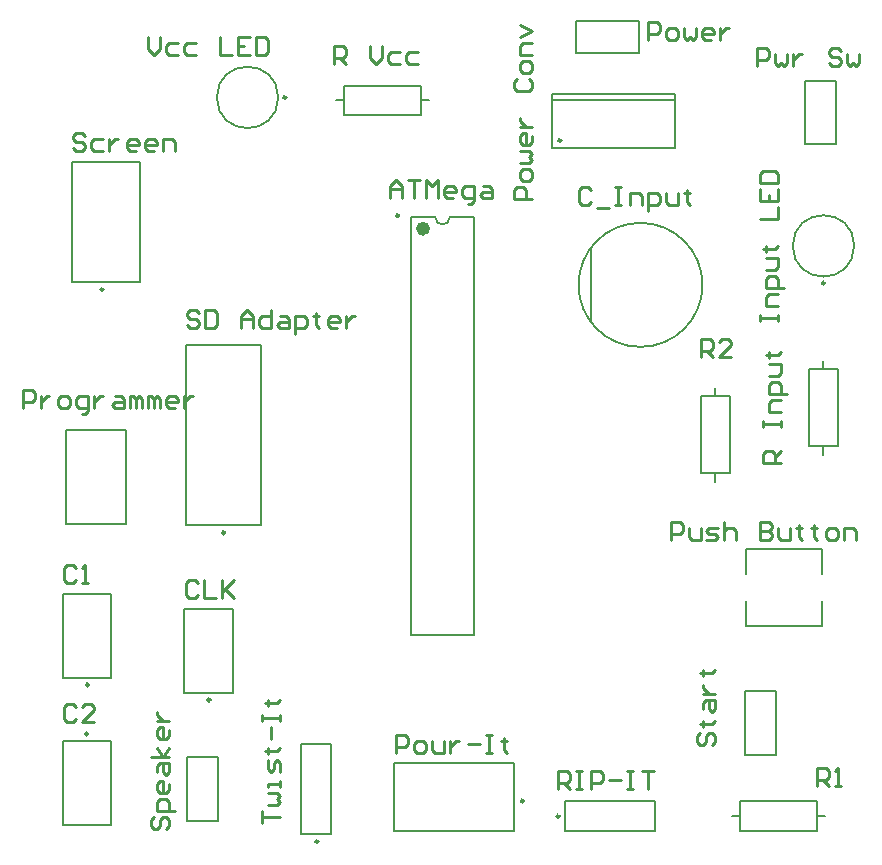
<source format=gto>
G04*
G04 #@! TF.GenerationSoftware,Altium Limited,Altium Designer,23.8.1 (32)*
G04*
G04 Layer_Color=65535*
%FSLAX25Y25*%
%MOIN*%
G70*
G04*
G04 #@! TF.SameCoordinates,520AAA89-0166-4477-BFE6-35E59259A02F*
G04*
G04*
G04 #@! TF.FilePolarity,Positive*
G04*
G01*
G75*
%ADD10C,0.00591*%
%ADD11C,0.00984*%
%ADD12C,0.02362*%
%ADD13C,0.00787*%
%ADD14C,0.01000*%
D10*
X78736Y264000D02*
G03*
X78736Y264000I-10236J0D01*
G01*
X270736Y214500D02*
G03*
X270736Y214500I-10236J0D01*
G01*
X220169Y201500D02*
G03*
X220169Y201500I-20669J0D01*
G01*
D11*
X81394Y264000D02*
G03*
X81394Y264000I-492J0D01*
G01*
X260992Y202098D02*
G03*
X260992Y202098I-492J0D01*
G01*
X160567Y29500D02*
G03*
X160567Y29500I-500J0D01*
G01*
X173079Y249669D02*
G03*
X173079Y249669I-492J0D01*
G01*
X92091Y15980D02*
G03*
X92091Y15980I-492J0D01*
G01*
X172472Y24402D02*
G03*
X172472Y24402I-492J0D01*
G01*
X118992Y224618D02*
G03*
X118992Y224618I-492J0D01*
G01*
X15648Y68189D02*
G03*
X15648Y68189I-492J0D01*
G01*
X15337Y51811D02*
G03*
X15337Y51811I-492J0D01*
G01*
X60992Y118941D02*
G03*
X60992Y118941I-492J0D01*
G01*
X56148Y63189D02*
G03*
X56148Y63189I-492J0D01*
G01*
X20500Y199933D02*
G03*
X20500Y199933I-500J0D01*
G01*
D12*
X128185Y220248D02*
G03*
X128185Y220248I-1181J0D01*
G01*
D13*
X131000Y224185D02*
G03*
X136000Y224185I2500J0D01*
G01*
X234205Y44909D02*
Y66091D01*
X244795D01*
Y44909D02*
Y66091D01*
X234205Y44909D02*
X244795D01*
X254205Y248409D02*
Y269591D01*
X264795D01*
Y248409D02*
Y269591D01*
X254205Y248409D02*
X264795D01*
X177909Y278705D02*
X199091D01*
X177909D02*
Y289295D01*
X199091D01*
Y278705D02*
Y289295D01*
X126295Y263000D02*
X129150D01*
X97850D02*
X100705D01*
Y258079D02*
Y267921D01*
Y258079D02*
X126295D01*
Y267921D01*
X100705D02*
X126295D01*
X260500Y144850D02*
Y147705D01*
Y173295D02*
Y176150D01*
X255579Y173295D02*
X265421D01*
X255579Y147705D02*
Y173295D01*
Y147705D02*
X265421D01*
Y173295D01*
X224500Y164295D02*
Y167150D01*
Y135850D02*
Y138705D01*
X219579D02*
X229421D01*
Y164295D01*
X219579D02*
X229421D01*
X219579Y138705D02*
Y164295D01*
X229850Y24500D02*
X232705D01*
X258295D02*
X261150D01*
X258295Y19579D02*
Y29421D01*
X232705D02*
X258295D01*
X232705Y19579D02*
Y29421D01*
Y19579D02*
X258295D01*
X48205Y22909D02*
Y44091D01*
X58795D01*
Y22909D02*
Y44091D01*
X48205Y22909D02*
X58795D01*
X117500Y42020D02*
X157500D01*
Y19500D02*
Y42020D01*
X117500Y19500D02*
X157500D01*
X117500D02*
Y42020D01*
X170028Y263252D02*
X210972D01*
X170028Y247110D02*
Y265220D01*
Y247110D02*
X210972D01*
Y265220D01*
X170028D02*
X210972D01*
X234550Y105009D02*
Y113300D01*
Y87700D02*
Y95991D01*
Y87700D02*
X260150D01*
Y105009D02*
Y113300D01*
Y87700D02*
Y95991D01*
X234550Y113300D02*
X260150D01*
X86500Y18500D02*
X96500D01*
Y48500D01*
X86500D02*
X96500D01*
X86500Y18500D02*
Y48500D01*
X8000Y121752D02*
Y153248D01*
Y121752D02*
X28000D01*
Y153248D01*
X8000D02*
X28000D01*
X183161Y189689D02*
Y213311D01*
X174500Y19500D02*
Y29500D01*
Y19500D02*
X204500D01*
Y29500D01*
X174500D02*
X204500D01*
X123067Y84815D02*
X143933D01*
X136000Y224185D02*
X143933D01*
X123067D02*
X131000D01*
X143933Y84815D02*
Y224185D01*
X123067Y84815D02*
Y224185D01*
X6988Y70504D02*
Y98496D01*
X23012Y70504D02*
Y98496D01*
X6988Y70504D02*
X23012D01*
X6988Y98496D02*
X23012D01*
Y21504D02*
Y49496D01*
X6988Y21504D02*
Y49496D01*
X23012D01*
X6988Y21504D02*
X23012D01*
X48000Y121500D02*
Y181500D01*
X73000Y121500D02*
Y181500D01*
X48000Y121500D02*
X73000D01*
X48000Y181500D02*
X73000D01*
X47488Y65504D02*
Y93496D01*
X63512Y65504D02*
Y93496D01*
X47488Y65504D02*
X63512D01*
X47488Y93496D02*
X63512D01*
X32520Y202500D02*
Y242500D01*
X10000Y202500D02*
X32520D01*
X10000D02*
Y242500D01*
X32520D01*
D14*
X219501Y52003D02*
X218501Y51003D01*
Y49004D01*
X219501Y48004D01*
X220500D01*
X221500Y49004D01*
Y51003D01*
X222500Y52003D01*
X223499D01*
X224499Y51003D01*
Y49004D01*
X223499Y48004D01*
X219501Y55002D02*
X220500D01*
Y54002D01*
Y56001D01*
Y55002D01*
X223499D01*
X224499Y56001D01*
X220500Y60000D02*
Y61999D01*
X221500Y62999D01*
X224499D01*
Y60000D01*
X223499Y59000D01*
X222500Y60000D01*
Y62999D01*
X220500Y64999D02*
X224499D01*
X222500D01*
X221500Y65998D01*
X220500Y66998D01*
Y67998D01*
X219501Y71996D02*
X220500D01*
Y70997D01*
Y72996D01*
Y71996D01*
X223499D01*
X224499Y72996D01*
X209510Y116501D02*
Y122499D01*
X212509D01*
X213509Y121499D01*
Y119500D01*
X212509Y118500D01*
X209510D01*
X215508Y120500D02*
Y117501D01*
X216508Y116501D01*
X219507D01*
Y120500D01*
X221506Y116501D02*
X224505D01*
X225505Y117501D01*
X224505Y118500D01*
X222506D01*
X221506Y119500D01*
X222506Y120500D01*
X225505D01*
X227504Y122499D02*
Y116501D01*
Y119500D01*
X228504Y120500D01*
X230503D01*
X231503Y119500D01*
Y116501D01*
X239500Y122499D02*
Y116501D01*
X242499D01*
X243499Y117501D01*
Y118500D01*
X242499Y119500D01*
X239500D01*
X242499D01*
X243499Y120500D01*
Y121499D01*
X242499Y122499D01*
X239500D01*
X245498Y120500D02*
Y117501D01*
X246498Y116501D01*
X249497D01*
Y120500D01*
X252496Y121499D02*
Y120500D01*
X251497D01*
X253496D01*
X252496D01*
Y117501D01*
X253496Y116501D01*
X257494Y121499D02*
Y120500D01*
X256495D01*
X258494D01*
X257494D01*
Y117501D01*
X258494Y116501D01*
X262493D02*
X264492D01*
X265492Y117501D01*
Y119500D01*
X264492Y120500D01*
X262493D01*
X261493Y119500D01*
Y117501D01*
X262493Y116501D01*
X267491D02*
Y120500D01*
X270490D01*
X271490Y119500D01*
Y116501D01*
X238506Y274501D02*
Y280499D01*
X241505D01*
X242504Y279499D01*
Y277500D01*
X241505Y276500D01*
X238506D01*
X244504Y278500D02*
Y275501D01*
X245503Y274501D01*
X246503Y275501D01*
X247503Y274501D01*
X248502Y275501D01*
Y278500D01*
X250502D02*
Y274501D01*
Y276500D01*
X251501Y277500D01*
X252501Y278500D01*
X253501D01*
X266496Y279499D02*
X265497Y280499D01*
X263497D01*
X262498Y279499D01*
Y278500D01*
X263497Y277500D01*
X265497D01*
X266496Y276500D01*
Y275501D01*
X265497Y274501D01*
X263497D01*
X262498Y275501D01*
X268496Y278500D02*
Y275501D01*
X269496Y274501D01*
X270495Y275501D01*
X271495Y274501D01*
X272495Y275501D01*
Y278500D01*
X-6491Y160501D02*
Y166499D01*
X-3492D01*
X-2492Y165499D01*
Y163500D01*
X-3492Y162500D01*
X-6491D01*
X-493Y164499D02*
Y160501D01*
Y162500D01*
X507Y163500D01*
X1507Y164499D01*
X2506D01*
X6505Y160501D02*
X8504D01*
X9504Y161500D01*
Y163500D01*
X8504Y164499D01*
X6505D01*
X5505Y163500D01*
Y161500D01*
X6505Y160501D01*
X13503Y158501D02*
X14502D01*
X15502Y159501D01*
Y164499D01*
X12503D01*
X11503Y163500D01*
Y161500D01*
X12503Y160501D01*
X15502D01*
X17502Y164499D02*
Y160501D01*
Y162500D01*
X18501Y163500D01*
X19501Y164499D01*
X20501D01*
X24499D02*
X26499D01*
X27498Y163500D01*
Y160501D01*
X24499D01*
X23499Y161500D01*
X24499Y162500D01*
X27498D01*
X29498Y160501D02*
Y164499D01*
X30497D01*
X31497Y163500D01*
Y160501D01*
Y163500D01*
X32497Y164499D01*
X33496Y163500D01*
Y160501D01*
X35496D02*
Y164499D01*
X36495D01*
X37495Y163500D01*
Y160501D01*
Y163500D01*
X38495Y164499D01*
X39494Y163500D01*
Y160501D01*
X44493D02*
X42493D01*
X41494Y161500D01*
Y163500D01*
X42493Y164499D01*
X44493D01*
X45492Y163500D01*
Y162500D01*
X41494D01*
X47492Y164499D02*
Y160501D01*
Y162500D01*
X48491Y163500D01*
X49491Y164499D01*
X50491D01*
X202004Y283001D02*
Y288999D01*
X205003D01*
X206003Y287999D01*
Y286000D01*
X205003Y285000D01*
X202004D01*
X209002Y283001D02*
X211001D01*
X212001Y284001D01*
Y286000D01*
X211001Y287000D01*
X209002D01*
X208002Y286000D01*
Y284001D01*
X209002Y283001D01*
X214001Y287000D02*
Y284001D01*
X215000Y283001D01*
X216000Y284001D01*
X217000Y283001D01*
X217999Y284001D01*
Y287000D01*
X222998Y283001D02*
X220998D01*
X219999Y284001D01*
Y286000D01*
X220998Y287000D01*
X222998D01*
X223997Y286000D01*
Y285000D01*
X219999D01*
X225997Y287000D02*
Y283001D01*
Y285000D01*
X226996Y286000D01*
X227996Y287000D01*
X228996D01*
X51999Y101998D02*
X50999Y102998D01*
X49000D01*
X48000Y101998D01*
Y98000D01*
X49000Y97000D01*
X50999D01*
X51999Y98000D01*
X53998Y102998D02*
Y97000D01*
X57997D01*
X59996Y102998D02*
Y97000D01*
Y98999D01*
X63995Y102998D01*
X60996Y99999D01*
X63995Y97000D01*
X97505Y275001D02*
Y280999D01*
X100504D01*
X101503Y279999D01*
Y278000D01*
X100504Y277000D01*
X97505D01*
X99504D02*
X101503Y275001D01*
X109501Y280999D02*
Y277000D01*
X111500Y275001D01*
X113499Y277000D01*
Y280999D01*
X119497Y279000D02*
X116498D01*
X115499Y278000D01*
Y276001D01*
X116498Y275001D01*
X119497D01*
X125496Y279000D02*
X122496D01*
X121497Y278000D01*
Y276001D01*
X122496Y275001D01*
X125496D01*
X246499Y142006D02*
X240501D01*
Y145005D01*
X241501Y146005D01*
X243500D01*
X244500Y145005D01*
Y142006D01*
Y144005D02*
X246499Y146005D01*
X240501Y154002D02*
Y156001D01*
Y155002D01*
X246499D01*
Y154002D01*
Y156001D01*
Y159001D02*
X242501D01*
Y161999D01*
X243500Y162999D01*
X246499D01*
X248499Y164999D02*
X242501D01*
Y167998D01*
X243500Y168997D01*
X245500D01*
X246499Y167998D01*
Y164999D01*
X242501Y170997D02*
X245500D01*
X246499Y171996D01*
Y174995D01*
X242501D01*
X241501Y177994D02*
X242501D01*
Y176995D01*
Y178994D01*
Y177994D01*
X245500D01*
X246499Y178994D01*
X219800Y177400D02*
Y183398D01*
X222799D01*
X223799Y182398D01*
Y180399D01*
X222799Y179399D01*
X219800D01*
X221799D02*
X223799Y177400D01*
X229797D02*
X225798D01*
X229797Y181399D01*
Y182398D01*
X228797Y183398D01*
X226798D01*
X225798Y182398D01*
X258501Y34501D02*
Y40499D01*
X261500D01*
X262500Y39499D01*
Y37500D01*
X261500Y36500D01*
X258501D01*
X260501D02*
X262500Y34501D01*
X264499D02*
X266499D01*
X265499D01*
Y40499D01*
X264499Y39499D01*
X35506Y283999D02*
Y280000D01*
X37506Y278001D01*
X39505Y280000D01*
Y283999D01*
X45503Y282000D02*
X42504D01*
X41504Y281000D01*
Y279001D01*
X42504Y278001D01*
X45503D01*
X51501Y282000D02*
X48502D01*
X47503Y281000D01*
Y279001D01*
X48502Y278001D01*
X51501D01*
X59499Y283999D02*
Y278001D01*
X63497D01*
X69495Y283999D02*
X65497D01*
Y278001D01*
X69495D01*
X65497Y281000D02*
X67496D01*
X71495Y283999D02*
Y278001D01*
X74494D01*
X75494Y279001D01*
Y282999D01*
X74494Y283999D01*
X71495D01*
X239501Y189508D02*
Y191507D01*
Y190508D01*
X245499D01*
Y189508D01*
Y191507D01*
Y194507D02*
X241501D01*
Y197505D01*
X242500Y198505D01*
X245499D01*
X247499Y200504D02*
X241501D01*
Y203504D01*
X242500Y204503D01*
X244500D01*
X245499Y203504D01*
Y200504D01*
X241501Y206503D02*
X244500D01*
X245499Y207502D01*
Y210501D01*
X241501D01*
X240501Y213500D02*
X241501D01*
Y212501D01*
Y214500D01*
Y213500D01*
X244500D01*
X245499Y214500D01*
X239501Y223497D02*
X245499D01*
Y227496D01*
X239501Y233494D02*
Y229495D01*
X245499D01*
Y233494D01*
X242500Y229495D02*
Y231494D01*
X239501Y235493D02*
X245499D01*
Y238492D01*
X244500Y239492D01*
X240501D01*
X239501Y238492D01*
Y235493D01*
X37501Y24005D02*
X36501Y23005D01*
Y21006D01*
X37501Y20006D01*
X38501D01*
X39500Y21006D01*
Y23005D01*
X40500Y24005D01*
X41500D01*
X42499Y23005D01*
Y21006D01*
X41500Y20006D01*
X44499Y26004D02*
X38501D01*
Y29003D01*
X39500Y30003D01*
X41500D01*
X42499Y29003D01*
Y26004D01*
Y35002D02*
Y33002D01*
X41500Y32002D01*
X39500D01*
X38501Y33002D01*
Y35002D01*
X39500Y36001D01*
X40500D01*
Y32002D01*
X38501Y39000D02*
Y40999D01*
X39500Y41999D01*
X42499D01*
Y39000D01*
X41500Y38001D01*
X40500Y39000D01*
Y41999D01*
X42499Y43999D02*
X36501D01*
X40500D02*
X38501Y46998D01*
X40500Y43999D02*
X42499Y46998D01*
Y52996D02*
Y50996D01*
X41500Y49997D01*
X39500D01*
X38501Y50996D01*
Y52996D01*
X39500Y53995D01*
X40500D01*
Y49997D01*
X38501Y55995D02*
X42499D01*
X40500D01*
X39500Y56994D01*
X38501Y57994D01*
Y58994D01*
X73501Y22007D02*
Y26005D01*
Y24006D01*
X79499D01*
X75500Y28005D02*
X78499D01*
X79499Y29004D01*
X78499Y30004D01*
X79499Y31004D01*
X78499Y32003D01*
X75500D01*
X79499Y34003D02*
Y36002D01*
Y35002D01*
X75500D01*
Y34003D01*
X79499Y39001D02*
Y42000D01*
X78499Y43000D01*
X77500Y42000D01*
Y40001D01*
X76500Y39001D01*
X75500Y40001D01*
Y43000D01*
X74501Y45999D02*
X75500D01*
Y44999D01*
Y46999D01*
Y45999D01*
X78499D01*
X79499Y46999D01*
X76500Y49998D02*
Y53996D01*
X73501Y55996D02*
Y57995D01*
Y56995D01*
X79499D01*
Y55996D01*
Y57995D01*
X74501Y61994D02*
X75500D01*
Y60994D01*
Y62993D01*
Y61994D01*
X78499D01*
X79499Y62993D01*
X52499Y191998D02*
X51499Y192998D01*
X49500D01*
X48500Y191998D01*
Y190999D01*
X49500Y189999D01*
X51499D01*
X52499Y188999D01*
Y188000D01*
X51499Y187000D01*
X49500D01*
X48500Y188000D01*
X54498Y192998D02*
Y187000D01*
X57497D01*
X58497Y188000D01*
Y191998D01*
X57497Y192998D01*
X54498D01*
X66494Y187000D02*
Y190999D01*
X68493Y192998D01*
X70493Y190999D01*
Y187000D01*
Y189999D01*
X66494D01*
X76491Y192998D02*
Y187000D01*
X73492D01*
X72492Y188000D01*
Y189999D01*
X73492Y190999D01*
X76491D01*
X79490D02*
X81489D01*
X82489Y189999D01*
Y187000D01*
X79490D01*
X78490Y188000D01*
X79490Y188999D01*
X82489D01*
X84488Y185001D02*
Y190999D01*
X87487D01*
X88487Y189999D01*
Y188000D01*
X87487Y187000D01*
X84488D01*
X91486Y191998D02*
Y190999D01*
X90486D01*
X92486D01*
X91486D01*
Y188000D01*
X92486Y187000D01*
X98484D02*
X96485D01*
X95485Y188000D01*
Y189999D01*
X96485Y190999D01*
X98484D01*
X99484Y189999D01*
Y188999D01*
X95485D01*
X101483Y190999D02*
Y187000D01*
Y188999D01*
X102482Y189999D01*
X103482Y190999D01*
X104482D01*
X14499Y250998D02*
X13499Y251998D01*
X11500D01*
X10500Y250998D01*
Y249999D01*
X11500Y248999D01*
X13499D01*
X14499Y247999D01*
Y247000D01*
X13499Y246000D01*
X11500D01*
X10500Y247000D01*
X20497Y249999D02*
X17498D01*
X16498Y248999D01*
Y247000D01*
X17498Y246000D01*
X20497D01*
X22496Y249999D02*
Y246000D01*
Y247999D01*
X23496Y248999D01*
X24496Y249999D01*
X25495D01*
X31493Y246000D02*
X29494D01*
X28494Y247000D01*
Y248999D01*
X29494Y249999D01*
X31493D01*
X32493Y248999D01*
Y247999D01*
X28494D01*
X37491Y246000D02*
X35492D01*
X34492Y247000D01*
Y248999D01*
X35492Y249999D01*
X37491D01*
X38491Y248999D01*
Y247999D01*
X34492D01*
X40490Y246000D02*
Y249999D01*
X43489D01*
X44489Y248999D01*
Y246000D01*
X172000Y33300D02*
Y39298D01*
X174999D01*
X175999Y38298D01*
Y36299D01*
X174999Y35299D01*
X172000D01*
X173999D02*
X175999Y33300D01*
X177998Y39298D02*
X179997D01*
X178998D01*
Y33300D01*
X177998D01*
X179997D01*
X182996D02*
Y39298D01*
X185995D01*
X186995Y38298D01*
Y36299D01*
X185995Y35299D01*
X182996D01*
X188995Y36299D02*
X192993D01*
X194993Y39298D02*
X196992D01*
X195992D01*
Y33300D01*
X194993D01*
X196992D01*
X199991Y39298D02*
X203990D01*
X201990D01*
Y33300D01*
X163499Y230009D02*
X157501D01*
Y233008D01*
X158501Y234008D01*
X160500D01*
X161500Y233008D01*
Y230009D01*
X163499Y237007D02*
Y239006D01*
X162499Y240006D01*
X160500D01*
X159500Y239006D01*
Y237007D01*
X160500Y236007D01*
X162499D01*
X163499Y237007D01*
X159500Y242005D02*
X162499D01*
X163499Y243005D01*
X162499Y244005D01*
X163499Y245005D01*
X162499Y246004D01*
X159500D01*
X163499Y251003D02*
Y249003D01*
X162499Y248004D01*
X160500D01*
X159500Y249003D01*
Y251003D01*
X160500Y252002D01*
X161500D01*
Y248004D01*
X159500Y254002D02*
X163499D01*
X161500D01*
X160500Y255001D01*
X159500Y256001D01*
Y257001D01*
X158501Y269996D02*
X157501Y268997D01*
Y266997D01*
X158501Y265998D01*
X162499D01*
X163499Y266997D01*
Y268997D01*
X162499Y269996D01*
X163499Y272995D02*
Y274995D01*
X162499Y275994D01*
X160500D01*
X159500Y274995D01*
Y272995D01*
X160500Y271996D01*
X162499D01*
X163499Y272995D01*
Y277994D02*
X159500D01*
Y280993D01*
X160500Y281993D01*
X163499D01*
X159500Y283992D02*
X163499Y285991D01*
X159500Y287991D01*
X118000Y45500D02*
Y51498D01*
X120999D01*
X121999Y50498D01*
Y48499D01*
X120999Y47499D01*
X118000D01*
X124998Y45500D02*
X126997D01*
X127997Y46500D01*
Y48499D01*
X126997Y49499D01*
X124998D01*
X123998Y48499D01*
Y46500D01*
X124998Y45500D01*
X129996Y49499D02*
Y46500D01*
X130996Y45500D01*
X133995D01*
Y49499D01*
X135994D02*
Y45500D01*
Y47499D01*
X136994Y48499D01*
X137994Y49499D01*
X138993D01*
X141992Y48499D02*
X145991D01*
X147990Y51498D02*
X149990D01*
X148990D01*
Y45500D01*
X147990D01*
X149990D01*
X153988Y50498D02*
Y49499D01*
X152989D01*
X154988D01*
X153988D01*
Y46500D01*
X154988Y45500D01*
X182999Y232998D02*
X181999Y233998D01*
X180000D01*
X179000Y232998D01*
Y229000D01*
X180000Y228000D01*
X181999D01*
X182999Y229000D01*
X184998Y227000D02*
X188997D01*
X190996Y233998D02*
X192996D01*
X191996D01*
Y228000D01*
X190996D01*
X192996D01*
X195994D02*
Y231999D01*
X198994D01*
X199993Y230999D01*
Y228000D01*
X201993Y226001D02*
Y231999D01*
X204992D01*
X205991Y230999D01*
Y229000D01*
X204992Y228000D01*
X201993D01*
X207991Y231999D02*
Y229000D01*
X208990Y228000D01*
X211989D01*
Y231999D01*
X214988Y232998D02*
Y231999D01*
X213989D01*
X215988D01*
X214988D01*
Y229000D01*
X215988Y228000D01*
X11499Y60798D02*
X10499Y61798D01*
X8500D01*
X7500Y60798D01*
Y56800D01*
X8500Y55800D01*
X10499D01*
X11499Y56800D01*
X17497Y55800D02*
X13498D01*
X17497Y59799D01*
Y60798D01*
X16497Y61798D01*
X14498D01*
X13498Y60798D01*
X11499Y106998D02*
X10499Y107998D01*
X8500D01*
X7500Y106998D01*
Y103000D01*
X8500Y102000D01*
X10499D01*
X11499Y103000D01*
X13498Y102000D02*
X15497D01*
X14498D01*
Y107998D01*
X13498Y106998D01*
X116100Y230600D02*
Y234599D01*
X118099Y236598D01*
X120099Y234599D01*
Y230600D01*
Y233599D01*
X116100D01*
X122098Y236598D02*
X126097D01*
X124097D01*
Y230600D01*
X128096D02*
Y236598D01*
X130096Y234599D01*
X132095Y236598D01*
Y230600D01*
X137093D02*
X135094D01*
X134094Y231600D01*
Y233599D01*
X135094Y234599D01*
X137093D01*
X138093Y233599D01*
Y232599D01*
X134094D01*
X142092Y228601D02*
X143091D01*
X144091Y229600D01*
Y234599D01*
X141092D01*
X140092Y233599D01*
Y231600D01*
X141092Y230600D01*
X144091D01*
X147090Y234599D02*
X149089D01*
X150089Y233599D01*
Y230600D01*
X147090D01*
X146090Y231600D01*
X147090Y232599D01*
X150089D01*
M02*

</source>
